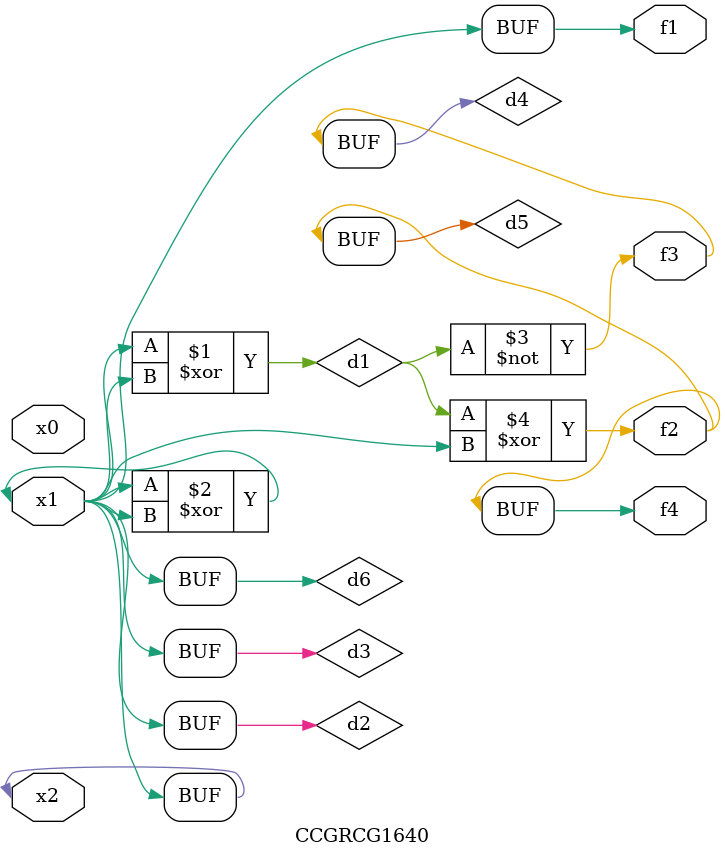
<source format=v>
module CCGRCG1640(
	input x0, x1, x2,
	output f1, f2, f3, f4
);

	wire d1, d2, d3, d4, d5, d6;

	xor (d1, x1, x2);
	buf (d2, x1, x2);
	xor (d3, x1, x2);
	nor (d4, d1);
	xor (d5, d1, d2);
	buf (d6, d2, d3);
	assign f1 = d6;
	assign f2 = d5;
	assign f3 = d4;
	assign f4 = d5;
endmodule

</source>
